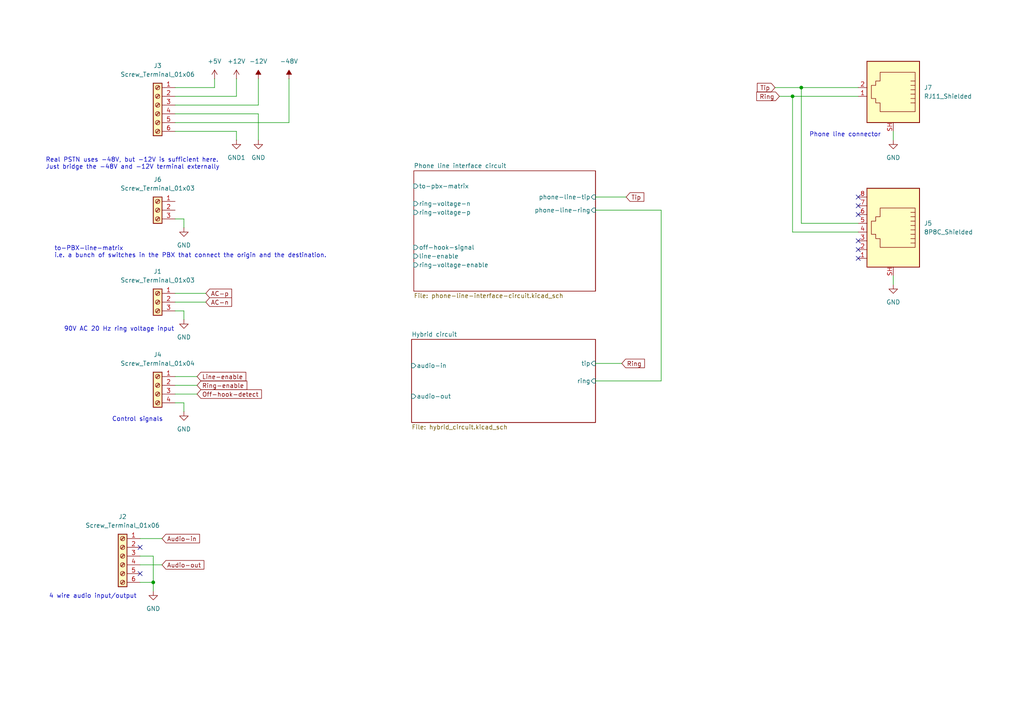
<source format=kicad_sch>
(kicad_sch (version 20231120) (generator "eeschema") (generator_version "8.0")
  (paper "A4")
  (title_block (date "2024-05-25") (company "Switchcraft AS") (comment 1 "Eirik Haustveit"))
  (lib_symbols
    (symbol "Connector:8P8C_Shielded" (pin_names (offset 1.016))
      (property "Reference" "J" (at -5.08 13.97 0))
      (property "Value" "8P8C_Shielded" (at 2.54 13.97 0))
      (symbol "8P8C_Shielded_0_1"
        (polyline (pts (xy -5.08 4.445) (xy -6.35 4.445)))
        (polyline (pts (xy -5.08 5.715) (xy -6.35 5.715)))
        (polyline (pts (xy -6.35 -3.175) (xy -5.08 -3.175) (xy -5.08 -3.175)))
        (polyline (pts (xy -6.35 -1.905) (xy -5.08 -1.905) (xy -5.08 -1.905)))
        (polyline (pts (xy -6.35 -0.635) (xy -5.08 -0.635) (xy -5.08 -0.635)))
        (polyline (pts (xy -6.35 0.635) (xy -5.08 0.635) (xy -5.08 0.635)))
        (polyline (pts (xy -6.35 1.905) (xy -5.08 1.905) (xy -5.08 1.905)))
        (polyline (pts (xy -5.08 3.175) (xy -6.35 3.175) (xy -6.35 3.175)))
        (polyline (pts (xy -6.35 -4.445) (xy -6.35 6.985) (xy 3.81 6.985) (xy 3.81 4.445) (xy 5.08 4.445) (xy 5.08 3.175) (xy 6.35 3.175) (xy 6.35 -0.635) (xy 5.08 -0.635) (xy 5.08 -1.905) (xy 3.81 -1.905) (xy 3.81 -4.445) (xy -6.35 -4.445) (xy -6.35 -4.445)))
        (rectangle (start 7.62 12.7) (end -7.62 -10.16) (stroke (width 0.254)) (fill (type background)))
      )
      (symbol "8P8C_Shielded_1_1"
        (pin passive line (at 10.16 -7.62 180) (length 2.54) (name "~") (number "1"))
        (pin passive line (at 10.16 -5.08 180) (length 2.54) (name "~") (number "2"))
        (pin passive line (at 10.16 -2.54 180) (length 2.54) (name "~") (number "3"))
        (pin passive line (at 10.16 0 180) (length 2.54) (name "~") (number "4"))
        (pin passive line (at 10.16 2.54 180) (length 2.54) (name "~") (number "5"))
        (pin passive line (at 10.16 5.08 180) (length 2.54) (name "~") (number "6"))
        (pin passive line (at 10.16 7.62 180) (length 2.54) (name "~") (number "7"))
        (pin passive line (at 10.16 10.16 180) (length 2.54) (name "~") (number "8"))
        (pin passive line (at 0 -12.7 90) (length 2.54) (name "~") (number "SH"))
      )
    )
    (symbol "Connector:RJ11_Shielded" (pin_names (offset 1.016))
      (property "Reference" "J" (at -5.08 11.43 0))
      (property "Value" "RJ11_Shielded" (at 2.54 11.43 0))
      (symbol "RJ11_Shielded_0_1"
        (polyline (pts (xy -6.35 -1.905) (xy -5.08 -1.905) (xy -5.08 -1.905)))
        (polyline (pts (xy -6.35 -0.635) (xy -5.08 -0.635) (xy -5.08 -0.635)))
        (polyline (pts (xy -6.35 0.635) (xy -5.08 0.635) (xy -5.08 0.635)))
        (polyline (pts (xy -6.35 1.905) (xy -5.08 1.905) (xy -5.08 1.905)))
        (polyline (pts (xy -6.35 3.175) (xy -5.08 3.175) (xy -5.08 3.175)))
        (polyline (pts (xy -5.08 4.445) (xy -6.35 4.445) (xy -6.35 4.445)))
        (polyline (pts (xy -6.35 -4.445) (xy -6.35 6.985) (xy 3.81 6.985) (xy 3.81 4.445) (xy 5.08 4.445) (xy 5.08 3.175) (xy 6.35 3.175) (xy 6.35 -0.635) (xy 5.08 -0.635) (xy 5.08 -1.905) (xy 3.81 -1.905) (xy 3.81 -4.445) (xy -6.35 -4.445) (xy -6.35 -4.445)))
        (rectangle (start 7.62 10.16) (end -7.62 -7.62) (stroke (width 0.254)) (fill (type background)))
      )
      (symbol "RJ11_Shielded_1_1"
        (pin passive line (at 10.16 0 180) (length 2.54) (name "~") (number "1"))
        (pin passive line (at 10.16 2.54 180) (length 2.54) (name "~") (number "2"))
        (pin passive line (at 0 -10.16 90) (length 2.54) (name "~") (number "SH"))
      )
    )
    (symbol "Connector:Screw_Terminal_01x03" (pin_names (offset 1.016) hide)
      (property "Reference" "J" (at 0 5.08 0))
      (property "Value" "Screw_Terminal_01x03" (at 0 -5.08 0))
      (symbol "Screw_Terminal_01x03_1_1"
        (rectangle (start -1.27 3.81) (end 1.27 -3.81) (stroke (width 0.254)) (fill (type background)))
        (circle (center 0 -2.54) (radius 0.635) (stroke (width 0.1524)))
        (polyline (pts (xy -0.5334 -2.2098) (xy 0.3302 -3.048)) (stroke (width 0.1524)))
        (polyline (pts (xy -0.5334 0.3302) (xy 0.3302 -0.508)) (stroke (width 0.1524)))
        (polyline (pts (xy -0.5334 2.8702) (xy 0.3302 2.032)) (stroke (width 0.1524)))
        (polyline (pts (xy -0.3556 -2.032) (xy 0.508 -2.8702)) (stroke (width 0.1524)))
        (polyline (pts (xy -0.3556 0.508) (xy 0.508 -0.3302)) (stroke (width 0.1524)))
        (polyline (pts (xy -0.3556 3.048) (xy 0.508 2.2098)) (stroke (width 0.1524)))
        (circle (center 0 0) (radius 0.635) (stroke (width 0.1524)))
        (circle (center 0 2.54) (radius 0.635) (stroke (width 0.1524)))
        (pin passive line (at -5.08 2.54 0) (length 3.81) (name "Pin_1") (number "1"))
        (pin passive line (at -5.08 0 0) (length 3.81) (name "Pin_2") (number "2"))
        (pin passive line (at -5.08 -2.54 0) (length 3.81) (name "Pin_3") (number "3"))
      )
    )
    (symbol "Connector:Screw_Terminal_01x04" (pin_names (offset 1.016) hide)
      (property "Reference" "J" (at 0 5.08 0))
      (property "Value" "Screw_Terminal_01x04" (at 0 -7.62 0))
      (symbol "Screw_Terminal_01x04_1_1"
        (rectangle (start -1.27 3.81) (end 1.27 -6.35) (stroke (width 0.254)) (fill (type background)))
        (circle (center 0 -5.08) (radius 0.635) (stroke (width 0.1524)))
        (circle (center 0 -2.54) (radius 0.635) (stroke (width 0.1524)))
        (polyline (pts (xy -0.5334 -4.7498) (xy 0.3302 -5.588)) (stroke (width 0.1524)))
        (polyline (pts (xy -0.5334 -2.2098) (xy 0.3302 -3.048)) (stroke (width 0.1524)))
        (polyline (pts (xy -0.5334 0.3302) (xy 0.3302 -0.508)) (stroke (width 0.1524)))
        (polyline (pts (xy -0.5334 2.8702) (xy 0.3302 2.032)) (stroke (width 0.1524)))
        (polyline (pts (xy -0.3556 -4.572) (xy 0.508 -5.4102)) (stroke (width 0.1524)))
        (polyline (pts (xy -0.3556 -2.032) (xy 0.508 -2.8702)) (stroke (width 0.1524)))
        (polyline (pts (xy -0.3556 0.508) (xy 0.508 -0.3302)) (stroke (width 0.1524)))
        (polyline (pts (xy -0.3556 3.048) (xy 0.508 2.2098)) (stroke (width 0.1524)))
        (circle (center 0 0) (radius 0.635) (stroke (width 0.1524)))
        (circle (center 0 2.54) (radius 0.635) (stroke (width 0.1524)))
        (pin passive line (at -5.08 2.54 0) (length 3.81) (name "Pin_1") (number "1"))
        (pin passive line (at -5.08 0 0) (length 3.81) (name "Pin_2") (number "2"))
        (pin passive line (at -5.08 -2.54 0) (length 3.81) (name "Pin_3") (number "3"))
        (pin passive line (at -5.08 -5.08 0) (length 3.81) (name "Pin_4") (number "4"))
      )
    )
    (symbol "Connector:Screw_Terminal_01x06" (pin_names (offset 1.016) hide)
      (property "Reference" "J" (at 0 7.62 0))
      (property "Value" "Screw_Terminal_01x06" (at 0 -10.16 0))
      (symbol "Screw_Terminal_01x06_1_1"
        (rectangle (start -1.27 6.35) (end 1.27 -8.89) (stroke (width 0.254)) (fill (type background)))
        (circle (center 0 -7.62) (radius 0.635) (stroke (width 0.1524)))
        (circle (center 0 -5.08) (radius 0.635) (stroke (width 0.1524)))
        (circle (center 0 -2.54) (radius 0.635) (stroke (width 0.1524)))
        (polyline (pts (xy -0.5334 -7.2898) (xy 0.3302 -8.128)) (stroke (width 0.1524)))
        (polyline (pts (xy -0.5334 -4.7498) (xy 0.3302 -5.588)) (stroke (width 0.1524)))
        (polyline (pts (xy -0.5334 -2.2098) (xy 0.3302 -3.048)) (stroke (width 0.1524)))
        (polyline (pts (xy -0.5334 0.3302) (xy 0.3302 -0.508)) (stroke (width 0.1524)))
        (polyline (pts (xy -0.5334 2.8702) (xy 0.3302 2.032)) (stroke (width 0.1524)))
        (polyline (pts (xy -0.5334 5.4102) (xy 0.3302 4.572)) (stroke (width 0.1524)))
        (polyline (pts (xy -0.3556 -7.112) (xy 0.508 -7.9502)) (stroke (width 0.1524)))
        (polyline (pts (xy -0.3556 -4.572) (xy 0.508 -5.4102)) (stroke (width 0.1524)))
        (polyline (pts (xy -0.3556 -2.032) (xy 0.508 -2.8702)) (stroke (width 0.1524)))
        (polyline (pts (xy -0.3556 0.508) (xy 0.508 -0.3302)) (stroke (width 0.1524)))
        (polyline (pts (xy -0.3556 3.048) (xy 0.508 2.2098)) (stroke (width 0.1524)))
        (polyline (pts (xy -0.3556 5.588) (xy 0.508 4.7498)) (stroke (width 0.1524)))
        (circle (center 0 0) (radius 0.635) (stroke (width 0.1524)))
        (circle (center 0 2.54) (radius 0.635) (stroke (width 0.1524)))
        (circle (center 0 5.08) (radius 0.635) (stroke (width 0.1524)))
        (pin passive line (at -5.08 5.08 0) (length 3.81) (name "Pin_1") (number "1"))
        (pin passive line (at -5.08 2.54 0) (length 3.81) (name "Pin_2") (number "2"))
        (pin passive line (at -5.08 0 0) (length 3.81) (name "Pin_3") (number "3"))
        (pin passive line (at -5.08 -2.54 0) (length 3.81) (name "Pin_4") (number "4"))
        (pin passive line (at -5.08 -5.08 0) (length 3.81) (name "Pin_5") (number "5"))
        (pin passive line (at -5.08 -7.62 0) (length 3.81) (name "Pin_6") (number "6"))
      )
    )
    (symbol "power:+12V" (power) (pin_numbers hide) (pin_names (offset 0) hide)
      (property "Value" "+12V" (at 0 3.556 0))
      (symbol "+12V_0_1"
        (polyline (pts (xy -0.762 1.27) (xy 0 2.54)))
        (polyline (pts (xy 0 0) (xy 0 2.54)))
        (polyline (pts (xy 0 2.54) (xy 0.762 1.27)))
      )
      (symbol "+12V_1_1"
        (pin power_in line (at 0 0 90) (length 0) (name "~") (number "1"))
      )
    )
    (symbol "power:+5V" (power) (pin_numbers hide) (pin_names (offset 0) hide)
      (property "Value" "+5V" (at 0 3.556 0))
      (symbol "+5V_0_1"
        (polyline (pts (xy -0.762 1.27) (xy 0 2.54)))
        (polyline (pts (xy 0 0) (xy 0 2.54)))
        (polyline (pts (xy 0 2.54) (xy 0.762 1.27)))
      )
      (symbol "+5V_1_1"
        (pin power_in line (at 0 0 90) (length 0) (name "~") (number "1"))
      )
    )
    (symbol "power:-12V" (power) (pin_numbers hide) (pin_names (offset 0) hide)
      (property "Value" "-12V" (at 0 3.556 0))
      (symbol "-12V_0_0"
        (pin power_in line (at 0 0 90) (length 0) (name "~") (number "1"))
      )
      (symbol "-12V_0_1"
        (polyline (pts (xy 0 0) (xy 0 1.27) (xy 0.762 1.27) (xy 0 2.54) (xy -0.762 1.27) (xy 0 1.27)) (fill (type outline)))
      )
    )
    (symbol "power:-48V" (power) (pin_numbers hide) (pin_names (offset 0) hide)
      (property "Value" "-48V" (at 0 3.556 0))
      (symbol "-48V_0_0"
        (pin power_in line (at 0 0 90) (length 0) (name "~") (number "1"))
      )
      (symbol "-48V_0_1"
        (polyline (pts (xy 0 0) (xy 0 1.27) (xy 0.762 1.27) (xy 0 2.54) (xy -0.762 1.27) (xy 0 1.27)) (fill (type outline)))
      )
    )
    (symbol "power:GND" (power) (pin_numbers hide) (pin_names (offset 0) hide)
      (property "Value" "GND" (at 0 -3.81 0))
      (symbol "GND_0_1"
        (polyline (pts (xy 0 0) (xy 0 -1.27) (xy 1.27 -1.27) (xy 0 -2.54) (xy -1.27 -1.27) (xy 0 -1.27)))
      )
      (symbol "GND_1_1"
        (pin power_in line (at 0 0 270) (length 0) (name "~") (number "1"))
      )
    )
    (symbol "power:GND1" (power) (pin_numbers hide) (pin_names (offset 0) hide)
      (property "Value" "GND1" (at 0 -3.81 0))
      (symbol "GND1_0_1"
        (polyline (pts (xy 0 0) (xy 0 -1.27) (xy 1.27 -1.27) (xy 0 -2.54) (xy -1.27 -1.27) (xy 0 -1.27)))
      )
      (symbol "GND1_1_1"
        (pin power_in line (at 0 0 270) (length 0) (name "~") (number "1"))
      )
    )
  )
  (junction (at 232.41 25.4))
  (junction (at 229.87 27.94))
  (junction (at 44.45 168.91))
  (no_connect (at 248.92 57.15))
  (no_connect (at 248.92 72.39))
  (no_connect (at 248.92 59.69))
  (no_connect (at 248.92 62.23))
  (no_connect (at 248.92 74.93))
  (no_connect (at 248.92 69.85))
  (no_connect (at 40.64 166.37))
  (no_connect (at 40.64 158.75))
  (wire (pts (xy 259.08 40.64) (xy 259.08 38.1)))
  (wire (pts (xy 229.87 67.31) (xy 229.87 27.94)))
  (wire (pts (xy 50.8 116.84) (xy 53.34 116.84)))
  (wire (pts (xy 50.8 35.56) (xy 83.82 35.56)))
  (wire (pts (xy 50.8 38.1) (xy 68.58 38.1)))
  (wire (pts (xy 50.8 33.02) (xy 74.93 33.02)))
  (wire (pts (xy 172.72 57.15) (xy 181.61 57.15)))
  (wire (pts (xy 68.58 38.1) (xy 68.58 40.64)))
  (wire (pts (xy 50.8 87.63) (xy 59.69 87.63)))
  (wire (pts (xy 83.82 22.86) (xy 83.82 35.56)))
  (wire (pts (xy 50.8 30.48) (xy 74.93 30.48)))
  (wire (pts (xy 191.77 110.49) (xy 191.77 60.96)))
  (wire (pts (xy 50.8 85.09) (xy 59.69 85.09)))
  (wire (pts (xy 40.64 161.29) (xy 44.45 161.29)))
  (wire (pts (xy 74.93 33.02) (xy 74.93 40.64)))
  (wire (pts (xy 50.8 27.94) (xy 68.58 27.94)))
  (wire (pts (xy 259.08 80.01) (xy 259.08 82.55)))
  (wire (pts (xy 50.8 111.76) (xy 57.15 111.76)))
  (wire (pts (xy 229.87 27.94) (xy 248.92 27.94)))
  (wire (pts (xy 232.41 64.77) (xy 232.41 25.4)))
  (wire (pts (xy 68.58 22.86) (xy 68.58 27.94)))
  (wire (pts (xy 191.77 60.96) (xy 172.72 60.96)))
  (wire (pts (xy 74.93 22.86) (xy 74.93 30.48)))
  (wire (pts (xy 248.92 64.77) (xy 232.41 64.77)))
  (wire (pts (xy 44.45 161.29) (xy 44.45 168.91)))
  (wire (pts (xy 53.34 116.84) (xy 53.34 119.38)))
  (wire (pts (xy 50.8 25.4) (xy 62.23 25.4)))
  (wire (pts (xy 226.06 27.94) (xy 229.87 27.94)))
  (wire (pts (xy 62.23 25.4) (xy 62.23 22.86)))
  (wire (pts (xy 53.34 63.5) (xy 53.34 66.04)))
  (wire (pts (xy 224.79 25.4) (xy 232.41 25.4)))
  (wire (pts (xy 172.72 110.49) (xy 191.77 110.49)))
  (wire (pts (xy 40.64 156.21) (xy 46.99 156.21)))
  (wire (pts (xy 50.8 114.3) (xy 57.15 114.3)))
  (wire (pts (xy 50.8 63.5) (xy 53.34 63.5)))
  (wire (pts (xy 40.64 163.83) (xy 46.99 163.83)))
  (wire (pts (xy 44.45 168.91) (xy 44.45 171.45)))
  (wire (pts (xy 50.8 109.22) (xy 57.15 109.22)))
  (wire (pts (xy 40.64 168.91) (xy 44.45 168.91)))
  (wire (pts (xy 232.41 25.4) (xy 248.92 25.4)))
  (wire (pts (xy 50.8 90.17) (xy 53.34 90.17)))
  (wire (pts (xy 248.92 67.31) (xy 229.87 67.31)))
  (wire (pts (xy 172.72 105.41) (xy 180.34 105.41)))
  (wire (pts (xy 53.34 90.17) (xy 53.34 92.71)))
  (text "Control signals" (at 39.878 121.666 0) (effects (font (size 1.27 1.27))))
  (text "Real PSTN uses -48V, but -12V is sufficient here.\nJust bridge the -48V and -12V terminal externally" (at 13.208 47.498 0) (effects (font (size 1.27 1.27)) (justify left)))
  (text "Phone line connector" (at 245.11 39.116 0) (effects (font (size 1.27 1.27))))
  (text "90V AC 20 Hz ring voltage input" (at 34.544 95.504 0) (effects (font (size 1.27 1.27))))
  (text "to-PBX-line-matrix\ni.e. a bunch of switches in the PBX that connect the origin and the destination." (at 15.748 73.152 0) (effects (font (size 1.27 1.27)) (justify left)))
  (text "4 wire audio input/output" (at 26.924 172.974 0) (effects (font (size 1.27 1.27))))
  (global_label "Ring-enable" (shape input) (at 57.15 111.76 0) (property "Intersheetrefs" "${INTERSHEET_REFS}" (effects (hide yes))))
  (global_label "Ring" (shape input) (at 226.06 27.94 180) (property "Intersheetrefs" "${INTERSHEET_REFS}" (effects (hide yes))))
  (global_label "Tip" (shape input) (at 181.61 57.15 0) (property "Intersheetrefs" "${INTERSHEET_REFS}" (effects (hide yes))))
  (global_label "AC-n" (shape input) (at 59.69 87.63 0) (property "Intersheetrefs" "${INTERSHEET_REFS}" (effects (hide yes))))
  (global_label "Line-enable" (shape input) (at 57.15 109.22 0) (property "Intersheetrefs" "${INTERSHEET_REFS}" (effects (hide yes))))
  (global_label "AC-p" (shape input) (at 59.69 85.09 0) (property "Intersheetrefs" "${INTERSHEET_REFS}" (effects (hide yes))))
  (global_label "Tip" (shape input) (at 224.79 25.4 180) (property "Intersheetrefs" "${INTERSHEET_REFS}" (effects (hide yes))))
  (global_label "Off-hook-detect" (shape input) (at 57.15 114.3 0) (property "Intersheetrefs" "${INTERSHEET_REFS}" (effects (hide yes))))
  (global_label "Audio-out" (shape input) (at 46.99 163.83 0) (property "Intersheetrefs" "${INTERSHEET_REFS}" (effects (hide yes))))
  (global_label "Ring" (shape input) (at 180.34 105.41 0) (property "Intersheetrefs" "${INTERSHEET_REFS}" (effects (hide yes))))
  (global_label "Audio-in" (shape input) (at 46.99 156.21 0) (property "Intersheetrefs" "${INTERSHEET_REFS}" (effects (hide yes))))
  (symbol (lib_id "power:-12V") (at 74.93 22.86 0) (unit 1)
    (property "Reference" "#PWR07" (effects (hide yes)))
    (property "Value" "-12V" (at 74.93 17.78 0))
    (property "Description" "Power symbol creates a global label with name \"-12V\"" (effects (hide yes)))
  )
  (symbol (lib_id "power:GND") (at 53.34 66.04 0) (unit 1)
    (property "Reference" "#PWR08" (effects (hide yes)))
    (property "Value" "GND" (at 53.34 71.12 0))
    (property "Description" "Power symbol creates a global label with name \"GND\" , ground" (effects (hide yes)))
  )
  (symbol (lib_id "power:GND") (at 44.45 171.45 0) (unit 1)
    (property "Reference" "#PWR04" (effects (hide yes)))
    (property "Value" "GND" (at 44.45 176.53 0))
    (property "Description" "Power symbol creates a global label with name \"GND\" , ground" (effects (hide yes)))
  )
  (symbol (lib_id "power:GND") (at 259.08 40.64 0) (unit 1)
    (property "Reference" "#PWR05" (effects (hide yes)))
    (property "Value" "GND" (at 259.08 45.72 0))
    (property "Description" "Power symbol creates a global label with name \"GND\" , ground" (effects (hide yes)))
  )
  (symbol (lib_id "power:+12V") (at 68.58 22.86 0) (unit 1)
    (property "Reference" "#PWR06" (effects (hide yes)))
    (property "Value" "+12V" (at 68.58 17.78 0))
    (property "Description" "Power symbol creates a global label with name \"+12V\"" (effects (hide yes)))
  )
  (symbol (lib_id "Connector:RJ11_Shielded") (at 259.08 27.94 0) (mirror y) (unit 1)
    (property "Reference" "J7" (at 267.97 25.3999 0) (effects (justify right)))
    (property "Value" "RJ11_Shielded" (at 267.97 27.9399 0) (effects (justify right)))
    (property "Description" "RJ connector, 6P2C (6 positions 2 connected), Shielded" (effects (hide yes)))
  )
  (symbol (lib_id "power:+5V") (at 62.23 22.86 0) (unit 1)
    (property "Reference" "#PWR030" (effects (hide yes)))
    (property "Value" "+5V" (at 62.23 17.78 0))
    (property "Description" "Power symbol creates a global label with name \"+5V\"" (effects (hide yes)))
  )
  (symbol (lib_id "Connector:8P8C_Shielded") (at 259.08 67.31 0) (mirror y) (unit 1)
    (property "Reference" "J5" (at 267.97 64.7699 0) (effects (justify right)))
    (property "Value" "8P8C_Shielded" (at 267.97 67.3099 0) (effects (justify right)))
    (property "Description" "RJ connector, 8P8C (8 positions 8 connected), RJ31/RJ32/RJ33/RJ34/RJ35/RJ41/RJ45/RJ49/RJ61, Shielded" (effects (hide yes)))
  )
  (symbol (lib_id "Connector:Screw_Terminal_01x04") (at 45.72 111.76 0) (mirror y) (unit 1)
    (property "Reference" "J4" (at 45.72 102.87 0))
    (property "Value" "Screw_Terminal_01x04" (at 45.72 105.41 0))
    (property "Description" "Generic screw terminal, single row, 01x04, script generated (kicad-library-utils/schlib/autogen/connector/)" (effects (hide yes)))
  )
  (symbol (lib_id "power:GND1") (at 68.58 40.64 0) (unit 1)
    (property "Reference" "#PWR031" (effects (hide yes)))
    (property "Value" "GND1" (at 68.58 45.72 0))
    (property "Description" "Power symbol creates a global label with name \"GND1\" , ground" (effects (hide yes)))
  )
  (symbol (lib_id "power:-48V") (at 83.82 22.86 0) (unit 1)
    (property "Reference" "#PWR018" (effects (hide yes)))
    (property "Value" "-48V" (at 83.82 17.78 0))
    (property "Description" "Power symbol creates a global label with name \"-48V\"" (effects (hide yes)))
  )
  (symbol (lib_id "Connector:Screw_Terminal_01x06") (at 35.56 161.29 0) (mirror y) (unit 1)
    (property "Reference" "J2" (at 35.56 149.86 0))
    (property "Value" "Screw_Terminal_01x06" (at 35.56 152.4 0))
    (property "Description" "Generic screw terminal, single row, 01x06, script generated (kicad-library-utils/schlib/autogen/connector/)" (effects (hide yes)))
  )
  (symbol (lib_id "Connector:Screw_Terminal_01x06") (at 45.72 30.48 0) (mirror y) (unit 1)
    (property "Reference" "J3" (at 45.72 19.05 0))
    (property "Value" "Screw_Terminal_01x06" (at 45.72 21.59 0))
    (property "Description" "Generic screw terminal, single row, 01x06, script generated (kicad-library-utils/schlib/autogen/connector/)" (effects (hide yes)))
  )
  (symbol (lib_id "Connector:Screw_Terminal_01x03") (at 45.72 87.63 0) (mirror y) (unit 1)
    (property "Reference" "J1" (at 45.72 78.74 0))
    (property "Value" "Screw_Terminal_01x03" (at 45.72 81.28 0))
    (property "Description" "Generic screw terminal, single row, 01x03, script generated (kicad-library-utils/schlib/autogen/connector/)" (effects (hide yes)))
  )
  (symbol (lib_id "power:GND") (at 53.34 92.71 0) (unit 1)
    (property "Reference" "#PWR03" (effects (hide yes)))
    (property "Value" "GND" (at 53.34 97.79 0))
    (property "Description" "Power symbol creates a global label with name \"GND\" , ground" (effects (hide yes)))
  )
  (symbol (lib_id "Connector:Screw_Terminal_01x03") (at 45.72 60.96 0) (mirror y) (unit 1)
    (property "Reference" "J6" (at 45.72 52.07 0))
    (property "Value" "Screw_Terminal_01x03" (at 45.72 54.61 0))
    (property "Description" "Generic screw terminal, single row, 01x03, script generated (kicad-library-utils/schlib/autogen/connector/)" (effects (hide yes)))
  )
  (symbol (lib_id "power:GND") (at 53.34 119.38 0) (unit 1)
    (property "Reference" "#PWR01" (effects (hide yes)))
    (property "Value" "GND" (at 53.34 124.46 0))
    (property "Description" "Power symbol creates a global label with name \"GND\" , ground" (effects (hide yes)))
  )
  (symbol (lib_id "power:GND") (at 74.93 40.64 0) (unit 1)
    (property "Reference" "#PWR02" (effects (hide yes)))
    (property "Value" "GND" (at 74.93 45.72 0))
    (property "Description" "Power symbol creates a global label with name \"GND\" , ground" (effects (hide yes)))
  )
  (symbol (lib_id "power:GND") (at 259.08 82.55 0) (unit 1)
    (property "Reference" "#PWR09" (effects (hide yes)))
    (property "Value" "GND" (at 259.08 87.63 0))
    (property "Description" "Power symbol creates a global label with name \"GND\" , ground" (effects (hide yes)))
  )
  (sheet (at 120.015 49.53) (size 52.705 34.925) (stroke (width 0.1524))
    (property "Sheetname" "Phone line interface circuit" (at 120.015 48.8184 0) (effects (justify left bottom)))
    (property "Sheetfile" "phone-line-interface-circuit.kicad_sch" (at 120.015 85.0396 0) (effects (justify left top)))
    (pin "phone-line-ring" input (at 172.72 60.96 0))
    (pin "phone-line-tip" input (at 172.72 57.15 0))
    (pin "to-pbx-matrix" input (at 120.015 53.975 180))
    (pin "off-hook-signal" input (at 120.015 71.755 180))
    (pin "line-enable" input (at 120.015 74.295 180))
    (pin "ring-voltage-enable" input (at 120.015 76.835 180))
    (pin "ring-voltage-n" input (at 120.015 59.055 180))
    (pin "ring-voltage-p" input (at 120.015 61.595 180))
  )
  (sheet (at 119.38 98.425) (size 53.34 24.13) (stroke (width 0.1524))
    (property "Sheetname" "Hybrid circuit" (at 119.38 97.7134 0) (effects (justify left bottom)))
    (property "Sheetfile" "hybrid_circuit.kicad_sch" (at 119.38 123.1396 0) (effects (justify left top)))
    (pin "tip" input (at 172.72 105.41 0))
    (pin "ring" input (at 172.72 110.49 0))
    (pin "audio-in" input (at 119.38 106.045 180))
    (pin "audio-out" input (at 119.38 114.935 180))
  )
)
</source>
